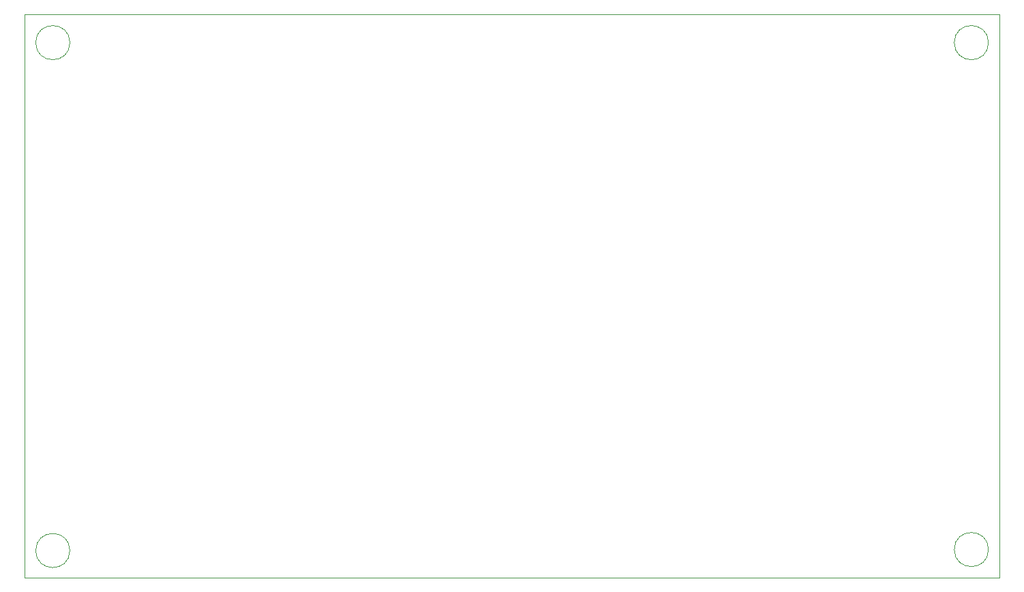
<source format=gbr>
%TF.GenerationSoftware,KiCad,Pcbnew,8.0.4*%
%TF.CreationDate,2024-11-21T09:43:36-08:00*%
%TF.ProjectId,ChargeGuard_Pro_Plus_ECE411,43686172-6765-4477-9561-72645f50726f,1.0.3*%
%TF.SameCoordinates,Original*%
%TF.FileFunction,Profile,NP*%
%FSLAX46Y46*%
G04 Gerber Fmt 4.6, Leading zero omitted, Abs format (unit mm)*
G04 Created by KiCad (PCBNEW 8.0.4) date 2024-11-21 09:43:36*
%MOMM*%
%LPD*%
G01*
G04 APERTURE LIST*
%TA.AperFunction,Profile*%
%ADD10C,0.050000*%
%TD*%
G04 APERTURE END LIST*
D10*
X170121320Y-53500000D02*
G75*
G02*
X165878680Y-53500000I-2121320J0D01*
G01*
X165878680Y-53500000D02*
G75*
G02*
X170121320Y-53500000I2121320J0D01*
G01*
X56121320Y-53500000D02*
G75*
G02*
X51878680Y-53500000I-2121320J0D01*
G01*
X51878680Y-53500000D02*
G75*
G02*
X56121320Y-53500000I2121320J0D01*
G01*
X56121320Y-116621320D02*
G75*
G02*
X51878680Y-116621320I-2121320J0D01*
G01*
X51878680Y-116621320D02*
G75*
G02*
X56121320Y-116621320I2121320J0D01*
G01*
X50500000Y-50000000D02*
X171500000Y-50000000D01*
X171500000Y-120000000D01*
X50500000Y-120000000D01*
X50500000Y-50000000D01*
X170121320Y-116500000D02*
G75*
G02*
X165878680Y-116500000I-2121320J0D01*
G01*
X165878680Y-116500000D02*
G75*
G02*
X170121320Y-116500000I2121320J0D01*
G01*
M02*

</source>
